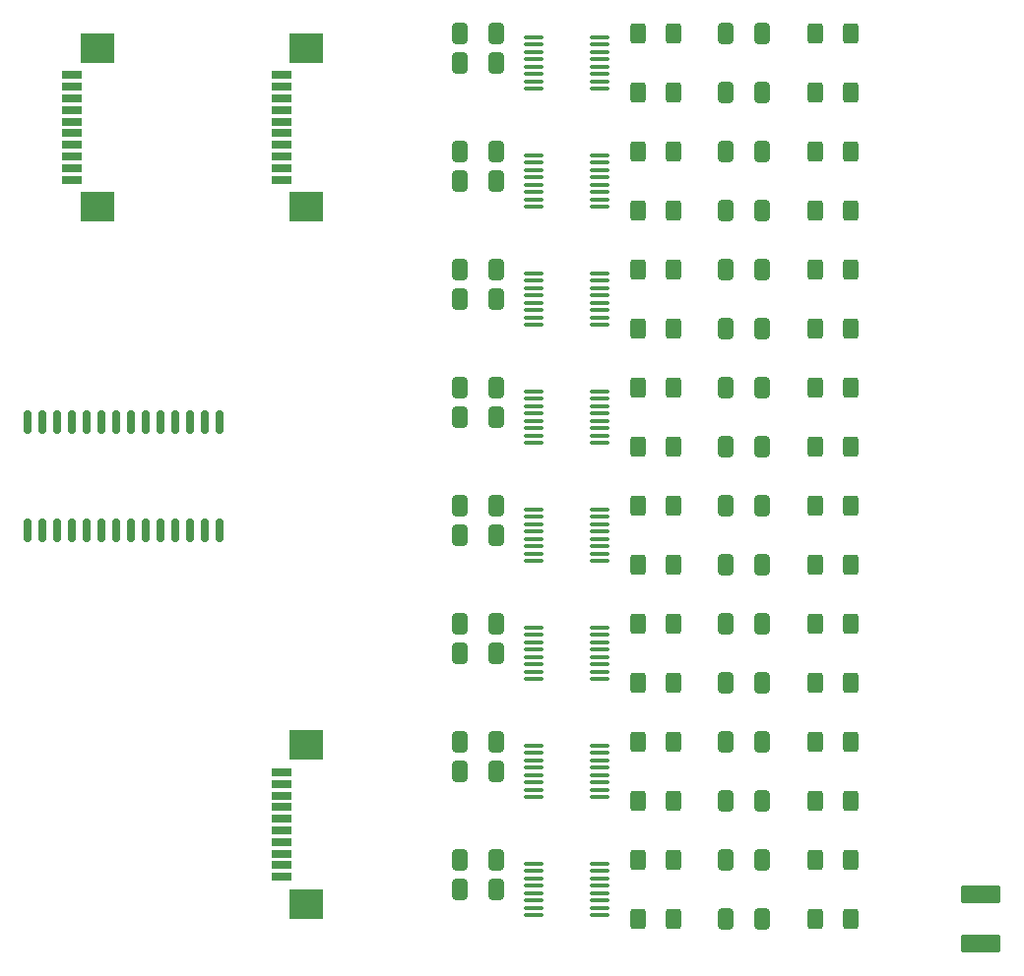
<source format=gbr>
%TF.GenerationSoftware,KiCad,Pcbnew,8.0.6-8.0.6-0~ubuntu24.04.1*%
%TF.CreationDate,2024-12-11T22:00:59+03:00*%
%TF.ProjectId,PM-DI16-DC24sink,504d2d44-4931-4362-9d44-43323473696e,rev?*%
%TF.SameCoordinates,Original*%
%TF.FileFunction,Paste,Top*%
%TF.FilePolarity,Positive*%
%FSLAX46Y46*%
G04 Gerber Fmt 4.6, Leading zero omitted, Abs format (unit mm)*
G04 Created by KiCad (PCBNEW 8.0.6-8.0.6-0~ubuntu24.04.1) date 2024-12-11 22:00:59*
%MOMM*%
%LPD*%
G01*
G04 APERTURE LIST*
G04 Aperture macros list*
%AMRoundRect*
0 Rectangle with rounded corners*
0 $1 Rounding radius*
0 $2 $3 $4 $5 $6 $7 $8 $9 X,Y pos of 4 corners*
0 Add a 4 corners polygon primitive as box body*
4,1,4,$2,$3,$4,$5,$6,$7,$8,$9,$2,$3,0*
0 Add four circle primitives for the rounded corners*
1,1,$1+$1,$2,$3*
1,1,$1+$1,$4,$5*
1,1,$1+$1,$6,$7*
1,1,$1+$1,$8,$9*
0 Add four rect primitives between the rounded corners*
20,1,$1+$1,$2,$3,$4,$5,0*
20,1,$1+$1,$4,$5,$6,$7,0*
20,1,$1+$1,$6,$7,$8,$9,0*
20,1,$1+$1,$8,$9,$2,$3,0*%
G04 Aperture macros list end*
%ADD10RoundRect,0.250000X0.400000X0.625000X-0.400000X0.625000X-0.400000X-0.625000X0.400000X-0.625000X0*%
%ADD11RoundRect,0.250000X-0.412500X-0.650000X0.412500X-0.650000X0.412500X0.650000X-0.412500X0.650000X0*%
%ADD12O,1.649999X0.399999*%
%ADD13R,1.803400X0.635000*%
%ADD14R,2.997200X2.590800*%
%ADD15RoundRect,0.150000X0.150000X-0.875000X0.150000X0.875000X-0.150000X0.875000X-0.150000X-0.875000X0*%
%ADD16RoundRect,0.250000X1.450000X-0.537500X1.450000X0.537500X-1.450000X0.537500X-1.450000X-0.537500X0*%
G04 APERTURE END LIST*
D10*
%TO.C,R9*%
X9170000Y33020000D03*
X6070000Y33020000D03*
%TD*%
D11*
%TO.C,C12*%
X-9182500Y17780000D03*
X-6057500Y17780000D03*
%TD*%
D12*
%TO.C,U4*%
X-2825001Y17462500D03*
X-2825001Y16827500D03*
X-2825001Y16192500D03*
X-2825001Y15557500D03*
X-2825001Y14922500D03*
X-2825001Y14287500D03*
X-2825001Y13652500D03*
X-2825001Y13017500D03*
X2824998Y13017500D03*
X2824998Y13652500D03*
X2824998Y14287500D03*
X2824998Y14922500D03*
X2824998Y15557500D03*
X2824998Y16192500D03*
X2824998Y16827500D03*
X2824998Y17462500D03*
%TD*%
D11*
%TO.C,C18*%
X13677500Y-7620000D03*
X16802500Y-7620000D03*
%TD*%
D10*
%TO.C,R28*%
X9170000Y-12700000D03*
X6070000Y-12700000D03*
%TD*%
%TO.C,R3*%
X24410000Y22860000D03*
X21310000Y22860000D03*
%TD*%
D11*
%TO.C,C3*%
X13677500Y22860000D03*
X16802500Y22860000D03*
%TD*%
D10*
%TO.C,R24*%
X24410000Y-33020000D03*
X21310000Y-33020000D03*
%TD*%
D11*
%TO.C,C7*%
X13677500Y27940000D03*
X16802500Y27940000D03*
%TD*%
D10*
%TO.C,R5*%
X24410000Y12700000D03*
X21310000Y12700000D03*
%TD*%
D11*
%TO.C,C29*%
X-9182500Y-33020000D03*
X-6057500Y-33020000D03*
%TD*%
D10*
%TO.C,R29*%
X9170000Y-27940000D03*
X6070000Y-27940000D03*
%TD*%
%TO.C,R8*%
X24410000Y7620000D03*
X21310000Y7620000D03*
%TD*%
D11*
%TO.C,C22*%
X13677500Y-2540000D03*
X16802500Y-2540000D03*
%TD*%
%TO.C,C28*%
X-9182500Y-22860000D03*
X-6057500Y-22860000D03*
%TD*%
%TO.C,C5*%
X13677500Y2540000D03*
X16802500Y2540000D03*
%TD*%
%TO.C,C17*%
X-9182500Y5080000D03*
X-6057500Y5080000D03*
%TD*%
%TO.C,C24*%
X13677500Y-22860000D03*
X16802500Y-22860000D03*
%TD*%
D10*
%TO.C,R20*%
X24410000Y-12700000D03*
X21310000Y-12700000D03*
%TD*%
%TO.C,R16*%
X9170000Y7620000D03*
X6070000Y7620000D03*
%TD*%
D13*
%TO.C,J3*%
X-24556000Y25500009D03*
X-24556000Y26500007D03*
X-24556000Y27500005D03*
X-24556000Y28500003D03*
X-24556000Y29500001D03*
X-24556000Y30499999D03*
X-24556000Y31499997D03*
X-24556000Y32499995D03*
X-24556000Y33499993D03*
X-24556000Y34499991D03*
D14*
X-22385999Y23149998D03*
X-22385999Y36850002D03*
%TD*%
D10*
%TO.C,R11*%
X9170000Y22860000D03*
X6070000Y22860000D03*
%TD*%
D12*
%TO.C,U8*%
X-2825001Y-23177500D03*
X-2825001Y-23812500D03*
X-2825001Y-24447500D03*
X-2825001Y-25082500D03*
X-2825001Y-25717500D03*
X-2825001Y-26352500D03*
X-2825001Y-26987500D03*
X-2825001Y-27622500D03*
X2824998Y-27622500D03*
X2824998Y-26987500D03*
X2824998Y-26352500D03*
X2824998Y-25717500D03*
X2824998Y-25082500D03*
X2824998Y-24447500D03*
X2824998Y-23812500D03*
X2824998Y-23177500D03*
%TD*%
D11*
%TO.C,C14*%
X-9182500Y35560000D03*
X-6057500Y35560000D03*
%TD*%
D10*
%TO.C,R1*%
X24410000Y33020000D03*
X21310000Y33020000D03*
%TD*%
D11*
%TO.C,C4*%
X13677500Y12700000D03*
X16802500Y12700000D03*
%TD*%
%TO.C,C20*%
X13677500Y-27940000D03*
X16802500Y-27940000D03*
%TD*%
D10*
%TO.C,R30*%
X9170000Y-22860000D03*
X6070000Y-22860000D03*
%TD*%
D11*
%TO.C,C31*%
X-9182500Y-12700000D03*
X-6057500Y-12700000D03*
%TD*%
D10*
%TO.C,R18*%
X24410000Y-2540000D03*
X21310000Y-2540000D03*
%TD*%
D11*
%TO.C,C2*%
X13677500Y33020000D03*
X16802500Y33020000D03*
%TD*%
D10*
%TO.C,R10*%
X9170000Y38100000D03*
X6070000Y38100000D03*
%TD*%
%TO.C,R17*%
X24410000Y-7620000D03*
X21310000Y-7620000D03*
%TD*%
D13*
%TO.C,J4*%
X-24556000Y-34499991D03*
X-24556000Y-33499993D03*
X-24556000Y-32499995D03*
X-24556000Y-31499997D03*
X-24556000Y-30499999D03*
X-24556000Y-29500001D03*
X-24556000Y-28500003D03*
X-24556000Y-27500005D03*
X-24556000Y-26500007D03*
X-24556000Y-25500009D03*
D14*
X-22385999Y-36850002D03*
X-22385999Y-23149998D03*
%TD*%
D12*
%TO.C,U7*%
X-2825001Y-13017500D03*
X-2825001Y-13652500D03*
X-2825001Y-14287500D03*
X-2825001Y-14922500D03*
X-2825001Y-15557500D03*
X-2825001Y-16192500D03*
X-2825001Y-16827500D03*
X-2825001Y-17462500D03*
X2824998Y-17462500D03*
X2824998Y-16827500D03*
X2824998Y-16192500D03*
X2824998Y-15557500D03*
X2824998Y-14922500D03*
X2824998Y-14287500D03*
X2824998Y-13652500D03*
X2824998Y-13017500D03*
%TD*%
D11*
%TO.C,C13*%
X-9182500Y7620000D03*
X-6057500Y7620000D03*
%TD*%
D15*
%TO.C,U10*%
X-46355000Y-4650000D03*
X-45085000Y-4650000D03*
X-43815000Y-4650000D03*
X-42545000Y-4650000D03*
X-41275000Y-4650000D03*
X-40005000Y-4650000D03*
X-38735000Y-4650000D03*
X-37465000Y-4650000D03*
X-36195000Y-4650000D03*
X-34925000Y-4650000D03*
X-33655000Y-4650000D03*
X-32385000Y-4650000D03*
X-31115000Y-4650000D03*
X-29845000Y-4650000D03*
X-29845000Y4650000D03*
X-31115000Y4650000D03*
X-32385000Y4650000D03*
X-33655000Y4650000D03*
X-34925000Y4650000D03*
X-36195000Y4650000D03*
X-37465000Y4650000D03*
X-38735000Y4650000D03*
X-40005000Y4650000D03*
X-41275000Y4650000D03*
X-42545000Y4650000D03*
X-43815000Y4650000D03*
X-45085000Y4650000D03*
X-46355000Y4650000D03*
%TD*%
D10*
%TO.C,R12*%
X9170000Y27940000D03*
X6070000Y27940000D03*
%TD*%
D11*
%TO.C,C8*%
X13677500Y17780000D03*
X16802500Y17780000D03*
%TD*%
D10*
%TO.C,R21*%
X24410000Y-27940000D03*
X21310000Y-27940000D03*
%TD*%
D11*
%TO.C,C21*%
X13677500Y-38100000D03*
X16802500Y-38100000D03*
%TD*%
D10*
%TO.C,R6*%
X24410000Y17780000D03*
X21310000Y17780000D03*
%TD*%
%TO.C,R26*%
X9170000Y-2540000D03*
X6070000Y-2540000D03*
%TD*%
D11*
%TO.C,C27*%
X-9182500Y-15240000D03*
X-6057500Y-15240000D03*
%TD*%
D10*
%TO.C,R4*%
X24410000Y27940000D03*
X21310000Y27940000D03*
%TD*%
D16*
%TO.C,C1*%
X35560000Y-40237500D03*
X35560000Y-35962500D03*
%TD*%
D10*
%TO.C,R2*%
X24410000Y38100000D03*
X21310000Y38100000D03*
%TD*%
%TO.C,R7*%
X24410000Y2540000D03*
X21310000Y2540000D03*
%TD*%
D11*
%TO.C,C15*%
X-9182500Y25400000D03*
X-6057500Y25400000D03*
%TD*%
%TO.C,C23*%
X13677500Y-12700000D03*
X16802500Y-12700000D03*
%TD*%
D10*
%TO.C,R32*%
X9170000Y-33020000D03*
X6070000Y-33020000D03*
%TD*%
D11*
%TO.C,C25*%
X13677500Y-33020000D03*
X16802500Y-33020000D03*
%TD*%
%TO.C,C32*%
X-9182500Y-25400000D03*
X-6057500Y-25400000D03*
%TD*%
%TO.C,C11*%
X-9182500Y27940000D03*
X-6057500Y27940000D03*
%TD*%
%TO.C,C10*%
X-9182500Y38100000D03*
X-6057500Y38100000D03*
%TD*%
D12*
%TO.C,U6*%
X-2825001Y-2857500D03*
X-2825001Y-3492500D03*
X-2825001Y-4127500D03*
X-2825001Y-4762500D03*
X-2825001Y-5397500D03*
X-2825001Y-6032500D03*
X-2825001Y-6667500D03*
X-2825001Y-7302500D03*
X2824998Y-7302500D03*
X2824998Y-6667500D03*
X2824998Y-6032500D03*
X2824998Y-5397500D03*
X2824998Y-4762500D03*
X2824998Y-4127500D03*
X2824998Y-3492500D03*
X2824998Y-2857500D03*
%TD*%
D11*
%TO.C,C16*%
X-9182500Y15240000D03*
X-6057500Y15240000D03*
%TD*%
D10*
%TO.C,R27*%
X9170000Y-17780000D03*
X6070000Y-17780000D03*
%TD*%
D11*
%TO.C,C9*%
X13677500Y7620000D03*
X16802500Y7620000D03*
%TD*%
%TO.C,C30*%
X-9182500Y-5080000D03*
X-6057500Y-5080000D03*
%TD*%
D12*
%TO.C,U3*%
X-2825001Y27622500D03*
X-2825001Y26987500D03*
X-2825001Y26352500D03*
X-2825001Y25717500D03*
X-2825001Y25082500D03*
X-2825001Y24447500D03*
X-2825001Y23812500D03*
X-2825001Y23177500D03*
X2824998Y23177500D03*
X2824998Y23812500D03*
X2824998Y24447500D03*
X2824998Y25082500D03*
X2824998Y25717500D03*
X2824998Y26352500D03*
X2824998Y26987500D03*
X2824998Y27622500D03*
%TD*%
D11*
%TO.C,C6*%
X13677500Y38100000D03*
X16802500Y38100000D03*
%TD*%
D10*
%TO.C,R15*%
X9170000Y2540000D03*
X6070000Y2540000D03*
%TD*%
D12*
%TO.C,U5*%
X-2825001Y7302500D03*
X-2825001Y6667500D03*
X-2825001Y6032500D03*
X-2825001Y5397500D03*
X-2825001Y4762500D03*
X-2825001Y4127500D03*
X-2825001Y3492500D03*
X-2825001Y2857500D03*
X2824998Y2857500D03*
X2824998Y3492500D03*
X2824998Y4127500D03*
X2824998Y4762500D03*
X2824998Y5397500D03*
X2824998Y6032500D03*
X2824998Y6667500D03*
X2824998Y7302500D03*
%TD*%
%TO.C,U9*%
X-2825001Y-33337500D03*
X-2825001Y-33972500D03*
X-2825001Y-34607500D03*
X-2825001Y-35242500D03*
X-2825001Y-35877500D03*
X-2825001Y-36512500D03*
X-2825001Y-37147500D03*
X-2825001Y-37782500D03*
X2824998Y-37782500D03*
X2824998Y-37147500D03*
X2824998Y-36512500D03*
X2824998Y-35877500D03*
X2824998Y-35242500D03*
X2824998Y-34607500D03*
X2824998Y-33972500D03*
X2824998Y-33337500D03*
%TD*%
%TO.C,U2*%
X-2825001Y37782500D03*
X-2825001Y37147500D03*
X-2825001Y36512500D03*
X-2825001Y35877500D03*
X-2825001Y35242500D03*
X-2825001Y34607500D03*
X-2825001Y33972500D03*
X-2825001Y33337500D03*
X2824998Y33337500D03*
X2824998Y33972500D03*
X2824998Y34607500D03*
X2824998Y35242500D03*
X2824998Y35877500D03*
X2824998Y36512500D03*
X2824998Y37147500D03*
X2824998Y37782500D03*
%TD*%
D13*
%TO.C,J2*%
X-42556000Y25500009D03*
X-42556000Y26500007D03*
X-42556000Y27500005D03*
X-42556000Y28500003D03*
X-42556000Y29500001D03*
X-42556000Y30499999D03*
X-42556000Y31499997D03*
X-42556000Y32499995D03*
X-42556000Y33499993D03*
X-42556000Y34499991D03*
D14*
X-40385999Y23149998D03*
X-40385999Y36850002D03*
%TD*%
D10*
%TO.C,R31*%
X9170000Y-38100000D03*
X6070000Y-38100000D03*
%TD*%
D11*
%TO.C,C33*%
X-9182500Y-35560000D03*
X-6057500Y-35560000D03*
%TD*%
D10*
%TO.C,R13*%
X9170000Y12700000D03*
X6070000Y12700000D03*
%TD*%
%TO.C,R25*%
X9170000Y-7620000D03*
X6070000Y-7620000D03*
%TD*%
%TO.C,R14*%
X9170000Y17780000D03*
X6070000Y17780000D03*
%TD*%
D11*
%TO.C,C26*%
X-9182500Y-2540000D03*
X-6057500Y-2540000D03*
%TD*%
D10*
%TO.C,R23*%
X24410000Y-38100000D03*
X21310000Y-38100000D03*
%TD*%
%TO.C,R19*%
X24410000Y-17780000D03*
X21310000Y-17780000D03*
%TD*%
%TO.C,R22*%
X24410000Y-22860000D03*
X21310000Y-22860000D03*
%TD*%
D11*
%TO.C,C19*%
X13677500Y-17780000D03*
X16802500Y-17780000D03*
%TD*%
M02*

</source>
